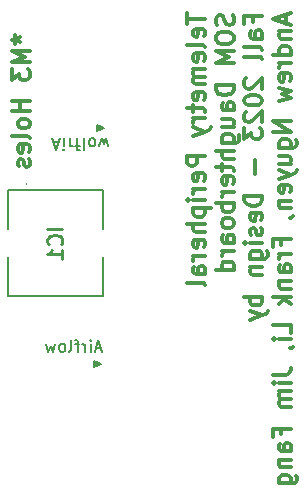
<source format=gbo>
%TF.GenerationSoftware,KiCad,Pcbnew,7.0.9*%
%TF.CreationDate,2023-11-28T01:13:51-06:00*%
%TF.ProjectId,Telemetry-Peripheral-SOM-Daughterboard-IMU,54656c65-6d65-4747-9279-2d5065726970,rev?*%
%TF.SameCoordinates,Original*%
%TF.FileFunction,Legend,Bot*%
%TF.FilePolarity,Positive*%
%FSLAX46Y46*%
G04 Gerber Fmt 4.6, Leading zero omitted, Abs format (unit mm)*
G04 Created by KiCad (PCBNEW 7.0.9) date 2023-11-28 01:13:51*
%MOMM*%
%LPD*%
G01*
G04 APERTURE LIST*
%ADD10C,0.150000*%
%ADD11C,0.300000*%
%ADD12C,0.254000*%
%ADD13C,0.100000*%
%ADD14C,0.200000*%
%ADD15C,1.270000*%
%ADD16C,1.700000*%
%ADD17C,2.000000*%
%ADD18C,3.000000*%
%ADD19R,0.800000X1.800000*%
%ADD20R,0.800000X2.100000*%
%ADD21R,1.550000X2.000000*%
G04 APERTURE END LIST*
D10*
X157125000Y-81250000D02*
X156500000Y-81500000D01*
X156500000Y-81250000D01*
X156500000Y-81000000D01*
X157125000Y-81250000D01*
G36*
X157125000Y-81250000D02*
G01*
X156500000Y-81500000D01*
X156500000Y-81250000D01*
X156500000Y-81000000D01*
X157125000Y-81250000D01*
G37*
X156875000Y-101250000D02*
X156250000Y-101500000D01*
X156250000Y-101250000D01*
X156250000Y-101000000D01*
X156875000Y-101250000D01*
G36*
X156875000Y-101250000D02*
G01*
X156250000Y-101500000D01*
X156250000Y-101250000D01*
X156250000Y-101000000D01*
X156875000Y-101250000D01*
G37*
D11*
X149300828Y-73768796D02*
X149657971Y-73768796D01*
X149515114Y-73411653D02*
X149657971Y-73768796D01*
X149657971Y-73768796D02*
X149515114Y-74125939D01*
X149943685Y-73554510D02*
X149657971Y-73768796D01*
X149657971Y-73768796D02*
X149943685Y-73983082D01*
X150800828Y-74697367D02*
X149300828Y-74697367D01*
X149300828Y-74697367D02*
X150372257Y-75197367D01*
X150372257Y-75197367D02*
X149300828Y-75697367D01*
X149300828Y-75697367D02*
X150800828Y-75697367D01*
X149300828Y-76268796D02*
X149300828Y-77197368D01*
X149300828Y-77197368D02*
X149872257Y-76697368D01*
X149872257Y-76697368D02*
X149872257Y-76911653D01*
X149872257Y-76911653D02*
X149943685Y-77054511D01*
X149943685Y-77054511D02*
X150015114Y-77125939D01*
X150015114Y-77125939D02*
X150157971Y-77197368D01*
X150157971Y-77197368D02*
X150515114Y-77197368D01*
X150515114Y-77197368D02*
X150657971Y-77125939D01*
X150657971Y-77125939D02*
X150729400Y-77054511D01*
X150729400Y-77054511D02*
X150800828Y-76911653D01*
X150800828Y-76911653D02*
X150800828Y-76483082D01*
X150800828Y-76483082D02*
X150729400Y-76340225D01*
X150729400Y-76340225D02*
X150657971Y-76268796D01*
X150800828Y-78983081D02*
X149300828Y-78983081D01*
X150015114Y-78983081D02*
X150015114Y-79840224D01*
X150800828Y-79840224D02*
X149300828Y-79840224D01*
X150800828Y-80768796D02*
X150729400Y-80625939D01*
X150729400Y-80625939D02*
X150657971Y-80554510D01*
X150657971Y-80554510D02*
X150515114Y-80483082D01*
X150515114Y-80483082D02*
X150086542Y-80483082D01*
X150086542Y-80483082D02*
X149943685Y-80554510D01*
X149943685Y-80554510D02*
X149872257Y-80625939D01*
X149872257Y-80625939D02*
X149800828Y-80768796D01*
X149800828Y-80768796D02*
X149800828Y-80983082D01*
X149800828Y-80983082D02*
X149872257Y-81125939D01*
X149872257Y-81125939D02*
X149943685Y-81197368D01*
X149943685Y-81197368D02*
X150086542Y-81268796D01*
X150086542Y-81268796D02*
X150515114Y-81268796D01*
X150515114Y-81268796D02*
X150657971Y-81197368D01*
X150657971Y-81197368D02*
X150729400Y-81125939D01*
X150729400Y-81125939D02*
X150800828Y-80983082D01*
X150800828Y-80983082D02*
X150800828Y-80768796D01*
X150800828Y-82125939D02*
X150729400Y-81983082D01*
X150729400Y-81983082D02*
X150586542Y-81911653D01*
X150586542Y-81911653D02*
X149300828Y-81911653D01*
X150729400Y-83268796D02*
X150800828Y-83125939D01*
X150800828Y-83125939D02*
X150800828Y-82840225D01*
X150800828Y-82840225D02*
X150729400Y-82697367D01*
X150729400Y-82697367D02*
X150586542Y-82625939D01*
X150586542Y-82625939D02*
X150015114Y-82625939D01*
X150015114Y-82625939D02*
X149872257Y-82697367D01*
X149872257Y-82697367D02*
X149800828Y-82840225D01*
X149800828Y-82840225D02*
X149800828Y-83125939D01*
X149800828Y-83125939D02*
X149872257Y-83268796D01*
X149872257Y-83268796D02*
X150015114Y-83340225D01*
X150015114Y-83340225D02*
X150157971Y-83340225D01*
X150157971Y-83340225D02*
X150300828Y-82625939D01*
X150729400Y-83911653D02*
X150800828Y-84054510D01*
X150800828Y-84054510D02*
X150800828Y-84340224D01*
X150800828Y-84340224D02*
X150729400Y-84483081D01*
X150729400Y-84483081D02*
X150586542Y-84554510D01*
X150586542Y-84554510D02*
X150515114Y-84554510D01*
X150515114Y-84554510D02*
X150372257Y-84483081D01*
X150372257Y-84483081D02*
X150300828Y-84340224D01*
X150300828Y-84340224D02*
X150300828Y-84125939D01*
X150300828Y-84125939D02*
X150229400Y-83983081D01*
X150229400Y-83983081D02*
X150086542Y-83911653D01*
X150086542Y-83911653D02*
X150015114Y-83911653D01*
X150015114Y-83911653D02*
X149872257Y-83983081D01*
X149872257Y-83983081D02*
X149800828Y-84125939D01*
X149800828Y-84125939D02*
X149800828Y-84340224D01*
X149800828Y-84340224D02*
X149872257Y-84483081D01*
D10*
X156860839Y-99904104D02*
X156384649Y-99904104D01*
X156956077Y-100189819D02*
X156622744Y-99189819D01*
X156622744Y-99189819D02*
X156289411Y-100189819D01*
X155956077Y-100189819D02*
X155956077Y-99523152D01*
X155956077Y-99189819D02*
X156003696Y-99237438D01*
X156003696Y-99237438D02*
X155956077Y-99285057D01*
X155956077Y-99285057D02*
X155908458Y-99237438D01*
X155908458Y-99237438D02*
X155956077Y-99189819D01*
X155956077Y-99189819D02*
X155956077Y-99285057D01*
X155479887Y-100189819D02*
X155479887Y-99523152D01*
X155479887Y-99713628D02*
X155432268Y-99618390D01*
X155432268Y-99618390D02*
X155384649Y-99570771D01*
X155384649Y-99570771D02*
X155289411Y-99523152D01*
X155289411Y-99523152D02*
X155194173Y-99523152D01*
X155003696Y-99523152D02*
X154622744Y-99523152D01*
X154860839Y-100189819D02*
X154860839Y-99332676D01*
X154860839Y-99332676D02*
X154813220Y-99237438D01*
X154813220Y-99237438D02*
X154717982Y-99189819D01*
X154717982Y-99189819D02*
X154622744Y-99189819D01*
X154146553Y-100189819D02*
X154241791Y-100142200D01*
X154241791Y-100142200D02*
X154289410Y-100046961D01*
X154289410Y-100046961D02*
X154289410Y-99189819D01*
X153622743Y-100189819D02*
X153717981Y-100142200D01*
X153717981Y-100142200D02*
X153765600Y-100094580D01*
X153765600Y-100094580D02*
X153813219Y-99999342D01*
X153813219Y-99999342D02*
X153813219Y-99713628D01*
X153813219Y-99713628D02*
X153765600Y-99618390D01*
X153765600Y-99618390D02*
X153717981Y-99570771D01*
X153717981Y-99570771D02*
X153622743Y-99523152D01*
X153622743Y-99523152D02*
X153479886Y-99523152D01*
X153479886Y-99523152D02*
X153384648Y-99570771D01*
X153384648Y-99570771D02*
X153337029Y-99618390D01*
X153337029Y-99618390D02*
X153289410Y-99713628D01*
X153289410Y-99713628D02*
X153289410Y-99999342D01*
X153289410Y-99999342D02*
X153337029Y-100094580D01*
X153337029Y-100094580D02*
X153384648Y-100142200D01*
X153384648Y-100142200D02*
X153479886Y-100189819D01*
X153479886Y-100189819D02*
X153622743Y-100189819D01*
X152956076Y-99523152D02*
X152765600Y-100189819D01*
X152765600Y-100189819D02*
X152575124Y-99713628D01*
X152575124Y-99713628D02*
X152384648Y-100189819D01*
X152384648Y-100189819D02*
X152194172Y-99523152D01*
D11*
X164145828Y-71550225D02*
X164145828Y-72407368D01*
X165645828Y-71978796D02*
X164145828Y-71978796D01*
X165574400Y-73478796D02*
X165645828Y-73335939D01*
X165645828Y-73335939D02*
X165645828Y-73050225D01*
X165645828Y-73050225D02*
X165574400Y-72907367D01*
X165574400Y-72907367D02*
X165431542Y-72835939D01*
X165431542Y-72835939D02*
X164860114Y-72835939D01*
X164860114Y-72835939D02*
X164717257Y-72907367D01*
X164717257Y-72907367D02*
X164645828Y-73050225D01*
X164645828Y-73050225D02*
X164645828Y-73335939D01*
X164645828Y-73335939D02*
X164717257Y-73478796D01*
X164717257Y-73478796D02*
X164860114Y-73550225D01*
X164860114Y-73550225D02*
X165002971Y-73550225D01*
X165002971Y-73550225D02*
X165145828Y-72835939D01*
X165645828Y-74407367D02*
X165574400Y-74264510D01*
X165574400Y-74264510D02*
X165431542Y-74193081D01*
X165431542Y-74193081D02*
X164145828Y-74193081D01*
X165574400Y-75550224D02*
X165645828Y-75407367D01*
X165645828Y-75407367D02*
X165645828Y-75121653D01*
X165645828Y-75121653D02*
X165574400Y-74978795D01*
X165574400Y-74978795D02*
X165431542Y-74907367D01*
X165431542Y-74907367D02*
X164860114Y-74907367D01*
X164860114Y-74907367D02*
X164717257Y-74978795D01*
X164717257Y-74978795D02*
X164645828Y-75121653D01*
X164645828Y-75121653D02*
X164645828Y-75407367D01*
X164645828Y-75407367D02*
X164717257Y-75550224D01*
X164717257Y-75550224D02*
X164860114Y-75621653D01*
X164860114Y-75621653D02*
X165002971Y-75621653D01*
X165002971Y-75621653D02*
X165145828Y-74907367D01*
X165645828Y-76264509D02*
X164645828Y-76264509D01*
X164788685Y-76264509D02*
X164717257Y-76335938D01*
X164717257Y-76335938D02*
X164645828Y-76478795D01*
X164645828Y-76478795D02*
X164645828Y-76693081D01*
X164645828Y-76693081D02*
X164717257Y-76835938D01*
X164717257Y-76835938D02*
X164860114Y-76907367D01*
X164860114Y-76907367D02*
X165645828Y-76907367D01*
X164860114Y-76907367D02*
X164717257Y-76978795D01*
X164717257Y-76978795D02*
X164645828Y-77121652D01*
X164645828Y-77121652D02*
X164645828Y-77335938D01*
X164645828Y-77335938D02*
X164717257Y-77478795D01*
X164717257Y-77478795D02*
X164860114Y-77550224D01*
X164860114Y-77550224D02*
X165645828Y-77550224D01*
X165574400Y-78835938D02*
X165645828Y-78693081D01*
X165645828Y-78693081D02*
X165645828Y-78407367D01*
X165645828Y-78407367D02*
X165574400Y-78264509D01*
X165574400Y-78264509D02*
X165431542Y-78193081D01*
X165431542Y-78193081D02*
X164860114Y-78193081D01*
X164860114Y-78193081D02*
X164717257Y-78264509D01*
X164717257Y-78264509D02*
X164645828Y-78407367D01*
X164645828Y-78407367D02*
X164645828Y-78693081D01*
X164645828Y-78693081D02*
X164717257Y-78835938D01*
X164717257Y-78835938D02*
X164860114Y-78907367D01*
X164860114Y-78907367D02*
X165002971Y-78907367D01*
X165002971Y-78907367D02*
X165145828Y-78193081D01*
X164645828Y-79335938D02*
X164645828Y-79907366D01*
X164145828Y-79550223D02*
X165431542Y-79550223D01*
X165431542Y-79550223D02*
X165574400Y-79621652D01*
X165574400Y-79621652D02*
X165645828Y-79764509D01*
X165645828Y-79764509D02*
X165645828Y-79907366D01*
X165645828Y-80407366D02*
X164645828Y-80407366D01*
X164931542Y-80407366D02*
X164788685Y-80478795D01*
X164788685Y-80478795D02*
X164717257Y-80550224D01*
X164717257Y-80550224D02*
X164645828Y-80693081D01*
X164645828Y-80693081D02*
X164645828Y-80835938D01*
X164645828Y-81193080D02*
X165645828Y-81550223D01*
X164645828Y-81907366D02*
X165645828Y-81550223D01*
X165645828Y-81550223D02*
X166002971Y-81407366D01*
X166002971Y-81407366D02*
X166074400Y-81335937D01*
X166074400Y-81335937D02*
X166145828Y-81193080D01*
X165645828Y-83621651D02*
X164145828Y-83621651D01*
X164145828Y-83621651D02*
X164145828Y-84193080D01*
X164145828Y-84193080D02*
X164217257Y-84335937D01*
X164217257Y-84335937D02*
X164288685Y-84407366D01*
X164288685Y-84407366D02*
X164431542Y-84478794D01*
X164431542Y-84478794D02*
X164645828Y-84478794D01*
X164645828Y-84478794D02*
X164788685Y-84407366D01*
X164788685Y-84407366D02*
X164860114Y-84335937D01*
X164860114Y-84335937D02*
X164931542Y-84193080D01*
X164931542Y-84193080D02*
X164931542Y-83621651D01*
X165574400Y-85693080D02*
X165645828Y-85550223D01*
X165645828Y-85550223D02*
X165645828Y-85264509D01*
X165645828Y-85264509D02*
X165574400Y-85121651D01*
X165574400Y-85121651D02*
X165431542Y-85050223D01*
X165431542Y-85050223D02*
X164860114Y-85050223D01*
X164860114Y-85050223D02*
X164717257Y-85121651D01*
X164717257Y-85121651D02*
X164645828Y-85264509D01*
X164645828Y-85264509D02*
X164645828Y-85550223D01*
X164645828Y-85550223D02*
X164717257Y-85693080D01*
X164717257Y-85693080D02*
X164860114Y-85764509D01*
X164860114Y-85764509D02*
X165002971Y-85764509D01*
X165002971Y-85764509D02*
X165145828Y-85050223D01*
X165645828Y-86407365D02*
X164645828Y-86407365D01*
X164931542Y-86407365D02*
X164788685Y-86478794D01*
X164788685Y-86478794D02*
X164717257Y-86550223D01*
X164717257Y-86550223D02*
X164645828Y-86693080D01*
X164645828Y-86693080D02*
X164645828Y-86835937D01*
X165645828Y-87335936D02*
X164645828Y-87335936D01*
X164145828Y-87335936D02*
X164217257Y-87264508D01*
X164217257Y-87264508D02*
X164288685Y-87335936D01*
X164288685Y-87335936D02*
X164217257Y-87407365D01*
X164217257Y-87407365D02*
X164145828Y-87335936D01*
X164145828Y-87335936D02*
X164288685Y-87335936D01*
X164645828Y-88050222D02*
X166145828Y-88050222D01*
X164717257Y-88050222D02*
X164645828Y-88193080D01*
X164645828Y-88193080D02*
X164645828Y-88478794D01*
X164645828Y-88478794D02*
X164717257Y-88621651D01*
X164717257Y-88621651D02*
X164788685Y-88693080D01*
X164788685Y-88693080D02*
X164931542Y-88764508D01*
X164931542Y-88764508D02*
X165360114Y-88764508D01*
X165360114Y-88764508D02*
X165502971Y-88693080D01*
X165502971Y-88693080D02*
X165574400Y-88621651D01*
X165574400Y-88621651D02*
X165645828Y-88478794D01*
X165645828Y-88478794D02*
X165645828Y-88193080D01*
X165645828Y-88193080D02*
X165574400Y-88050222D01*
X165645828Y-89407365D02*
X164145828Y-89407365D01*
X165645828Y-90050223D02*
X164860114Y-90050223D01*
X164860114Y-90050223D02*
X164717257Y-89978794D01*
X164717257Y-89978794D02*
X164645828Y-89835937D01*
X164645828Y-89835937D02*
X164645828Y-89621651D01*
X164645828Y-89621651D02*
X164717257Y-89478794D01*
X164717257Y-89478794D02*
X164788685Y-89407365D01*
X165574400Y-91335937D02*
X165645828Y-91193080D01*
X165645828Y-91193080D02*
X165645828Y-90907366D01*
X165645828Y-90907366D02*
X165574400Y-90764508D01*
X165574400Y-90764508D02*
X165431542Y-90693080D01*
X165431542Y-90693080D02*
X164860114Y-90693080D01*
X164860114Y-90693080D02*
X164717257Y-90764508D01*
X164717257Y-90764508D02*
X164645828Y-90907366D01*
X164645828Y-90907366D02*
X164645828Y-91193080D01*
X164645828Y-91193080D02*
X164717257Y-91335937D01*
X164717257Y-91335937D02*
X164860114Y-91407366D01*
X164860114Y-91407366D02*
X165002971Y-91407366D01*
X165002971Y-91407366D02*
X165145828Y-90693080D01*
X165645828Y-92050222D02*
X164645828Y-92050222D01*
X164931542Y-92050222D02*
X164788685Y-92121651D01*
X164788685Y-92121651D02*
X164717257Y-92193080D01*
X164717257Y-92193080D02*
X164645828Y-92335937D01*
X164645828Y-92335937D02*
X164645828Y-92478794D01*
X165645828Y-93621651D02*
X164860114Y-93621651D01*
X164860114Y-93621651D02*
X164717257Y-93550222D01*
X164717257Y-93550222D02*
X164645828Y-93407365D01*
X164645828Y-93407365D02*
X164645828Y-93121651D01*
X164645828Y-93121651D02*
X164717257Y-92978793D01*
X165574400Y-93621651D02*
X165645828Y-93478793D01*
X165645828Y-93478793D02*
X165645828Y-93121651D01*
X165645828Y-93121651D02*
X165574400Y-92978793D01*
X165574400Y-92978793D02*
X165431542Y-92907365D01*
X165431542Y-92907365D02*
X165288685Y-92907365D01*
X165288685Y-92907365D02*
X165145828Y-92978793D01*
X165145828Y-92978793D02*
X165074400Y-93121651D01*
X165074400Y-93121651D02*
X165074400Y-93478793D01*
X165074400Y-93478793D02*
X165002971Y-93621651D01*
X165645828Y-94550222D02*
X165574400Y-94407365D01*
X165574400Y-94407365D02*
X165431542Y-94335936D01*
X165431542Y-94335936D02*
X164145828Y-94335936D01*
X167989400Y-71693082D02*
X168060828Y-71907368D01*
X168060828Y-71907368D02*
X168060828Y-72264510D01*
X168060828Y-72264510D02*
X167989400Y-72407368D01*
X167989400Y-72407368D02*
X167917971Y-72478796D01*
X167917971Y-72478796D02*
X167775114Y-72550225D01*
X167775114Y-72550225D02*
X167632257Y-72550225D01*
X167632257Y-72550225D02*
X167489400Y-72478796D01*
X167489400Y-72478796D02*
X167417971Y-72407368D01*
X167417971Y-72407368D02*
X167346542Y-72264510D01*
X167346542Y-72264510D02*
X167275114Y-71978796D01*
X167275114Y-71978796D02*
X167203685Y-71835939D01*
X167203685Y-71835939D02*
X167132257Y-71764510D01*
X167132257Y-71764510D02*
X166989400Y-71693082D01*
X166989400Y-71693082D02*
X166846542Y-71693082D01*
X166846542Y-71693082D02*
X166703685Y-71764510D01*
X166703685Y-71764510D02*
X166632257Y-71835939D01*
X166632257Y-71835939D02*
X166560828Y-71978796D01*
X166560828Y-71978796D02*
X166560828Y-72335939D01*
X166560828Y-72335939D02*
X166632257Y-72550225D01*
X166560828Y-73478796D02*
X166560828Y-73764510D01*
X166560828Y-73764510D02*
X166632257Y-73907367D01*
X166632257Y-73907367D02*
X166775114Y-74050224D01*
X166775114Y-74050224D02*
X167060828Y-74121653D01*
X167060828Y-74121653D02*
X167560828Y-74121653D01*
X167560828Y-74121653D02*
X167846542Y-74050224D01*
X167846542Y-74050224D02*
X167989400Y-73907367D01*
X167989400Y-73907367D02*
X168060828Y-73764510D01*
X168060828Y-73764510D02*
X168060828Y-73478796D01*
X168060828Y-73478796D02*
X167989400Y-73335939D01*
X167989400Y-73335939D02*
X167846542Y-73193081D01*
X167846542Y-73193081D02*
X167560828Y-73121653D01*
X167560828Y-73121653D02*
X167060828Y-73121653D01*
X167060828Y-73121653D02*
X166775114Y-73193081D01*
X166775114Y-73193081D02*
X166632257Y-73335939D01*
X166632257Y-73335939D02*
X166560828Y-73478796D01*
X168060828Y-74764510D02*
X166560828Y-74764510D01*
X166560828Y-74764510D02*
X167632257Y-75264510D01*
X167632257Y-75264510D02*
X166560828Y-75764510D01*
X166560828Y-75764510D02*
X168060828Y-75764510D01*
X168060828Y-77621653D02*
X166560828Y-77621653D01*
X166560828Y-77621653D02*
X166560828Y-77978796D01*
X166560828Y-77978796D02*
X166632257Y-78193082D01*
X166632257Y-78193082D02*
X166775114Y-78335939D01*
X166775114Y-78335939D02*
X166917971Y-78407368D01*
X166917971Y-78407368D02*
X167203685Y-78478796D01*
X167203685Y-78478796D02*
X167417971Y-78478796D01*
X167417971Y-78478796D02*
X167703685Y-78407368D01*
X167703685Y-78407368D02*
X167846542Y-78335939D01*
X167846542Y-78335939D02*
X167989400Y-78193082D01*
X167989400Y-78193082D02*
X168060828Y-77978796D01*
X168060828Y-77978796D02*
X168060828Y-77621653D01*
X168060828Y-79764511D02*
X167275114Y-79764511D01*
X167275114Y-79764511D02*
X167132257Y-79693082D01*
X167132257Y-79693082D02*
X167060828Y-79550225D01*
X167060828Y-79550225D02*
X167060828Y-79264511D01*
X167060828Y-79264511D02*
X167132257Y-79121653D01*
X167989400Y-79764511D02*
X168060828Y-79621653D01*
X168060828Y-79621653D02*
X168060828Y-79264511D01*
X168060828Y-79264511D02*
X167989400Y-79121653D01*
X167989400Y-79121653D02*
X167846542Y-79050225D01*
X167846542Y-79050225D02*
X167703685Y-79050225D01*
X167703685Y-79050225D02*
X167560828Y-79121653D01*
X167560828Y-79121653D02*
X167489400Y-79264511D01*
X167489400Y-79264511D02*
X167489400Y-79621653D01*
X167489400Y-79621653D02*
X167417971Y-79764511D01*
X167060828Y-81121654D02*
X168060828Y-81121654D01*
X167060828Y-80478796D02*
X167846542Y-80478796D01*
X167846542Y-80478796D02*
X167989400Y-80550225D01*
X167989400Y-80550225D02*
X168060828Y-80693082D01*
X168060828Y-80693082D02*
X168060828Y-80907368D01*
X168060828Y-80907368D02*
X167989400Y-81050225D01*
X167989400Y-81050225D02*
X167917971Y-81121654D01*
X167060828Y-82478797D02*
X168275114Y-82478797D01*
X168275114Y-82478797D02*
X168417971Y-82407368D01*
X168417971Y-82407368D02*
X168489400Y-82335939D01*
X168489400Y-82335939D02*
X168560828Y-82193082D01*
X168560828Y-82193082D02*
X168560828Y-81978797D01*
X168560828Y-81978797D02*
X168489400Y-81835939D01*
X167989400Y-82478797D02*
X168060828Y-82335939D01*
X168060828Y-82335939D02*
X168060828Y-82050225D01*
X168060828Y-82050225D02*
X167989400Y-81907368D01*
X167989400Y-81907368D02*
X167917971Y-81835939D01*
X167917971Y-81835939D02*
X167775114Y-81764511D01*
X167775114Y-81764511D02*
X167346542Y-81764511D01*
X167346542Y-81764511D02*
X167203685Y-81835939D01*
X167203685Y-81835939D02*
X167132257Y-81907368D01*
X167132257Y-81907368D02*
X167060828Y-82050225D01*
X167060828Y-82050225D02*
X167060828Y-82335939D01*
X167060828Y-82335939D02*
X167132257Y-82478797D01*
X168060828Y-83193082D02*
X166560828Y-83193082D01*
X168060828Y-83835940D02*
X167275114Y-83835940D01*
X167275114Y-83835940D02*
X167132257Y-83764511D01*
X167132257Y-83764511D02*
X167060828Y-83621654D01*
X167060828Y-83621654D02*
X167060828Y-83407368D01*
X167060828Y-83407368D02*
X167132257Y-83264511D01*
X167132257Y-83264511D02*
X167203685Y-83193082D01*
X167060828Y-84335940D02*
X167060828Y-84907368D01*
X166560828Y-84550225D02*
X167846542Y-84550225D01*
X167846542Y-84550225D02*
X167989400Y-84621654D01*
X167989400Y-84621654D02*
X168060828Y-84764511D01*
X168060828Y-84764511D02*
X168060828Y-84907368D01*
X167989400Y-85978797D02*
X168060828Y-85835940D01*
X168060828Y-85835940D02*
X168060828Y-85550226D01*
X168060828Y-85550226D02*
X167989400Y-85407368D01*
X167989400Y-85407368D02*
X167846542Y-85335940D01*
X167846542Y-85335940D02*
X167275114Y-85335940D01*
X167275114Y-85335940D02*
X167132257Y-85407368D01*
X167132257Y-85407368D02*
X167060828Y-85550226D01*
X167060828Y-85550226D02*
X167060828Y-85835940D01*
X167060828Y-85835940D02*
X167132257Y-85978797D01*
X167132257Y-85978797D02*
X167275114Y-86050226D01*
X167275114Y-86050226D02*
X167417971Y-86050226D01*
X167417971Y-86050226D02*
X167560828Y-85335940D01*
X168060828Y-86693082D02*
X167060828Y-86693082D01*
X167346542Y-86693082D02*
X167203685Y-86764511D01*
X167203685Y-86764511D02*
X167132257Y-86835940D01*
X167132257Y-86835940D02*
X167060828Y-86978797D01*
X167060828Y-86978797D02*
X167060828Y-87121654D01*
X168060828Y-87621653D02*
X166560828Y-87621653D01*
X167132257Y-87621653D02*
X167060828Y-87764511D01*
X167060828Y-87764511D02*
X167060828Y-88050225D01*
X167060828Y-88050225D02*
X167132257Y-88193082D01*
X167132257Y-88193082D02*
X167203685Y-88264511D01*
X167203685Y-88264511D02*
X167346542Y-88335939D01*
X167346542Y-88335939D02*
X167775114Y-88335939D01*
X167775114Y-88335939D02*
X167917971Y-88264511D01*
X167917971Y-88264511D02*
X167989400Y-88193082D01*
X167989400Y-88193082D02*
X168060828Y-88050225D01*
X168060828Y-88050225D02*
X168060828Y-87764511D01*
X168060828Y-87764511D02*
X167989400Y-87621653D01*
X168060828Y-89193082D02*
X167989400Y-89050225D01*
X167989400Y-89050225D02*
X167917971Y-88978796D01*
X167917971Y-88978796D02*
X167775114Y-88907368D01*
X167775114Y-88907368D02*
X167346542Y-88907368D01*
X167346542Y-88907368D02*
X167203685Y-88978796D01*
X167203685Y-88978796D02*
X167132257Y-89050225D01*
X167132257Y-89050225D02*
X167060828Y-89193082D01*
X167060828Y-89193082D02*
X167060828Y-89407368D01*
X167060828Y-89407368D02*
X167132257Y-89550225D01*
X167132257Y-89550225D02*
X167203685Y-89621654D01*
X167203685Y-89621654D02*
X167346542Y-89693082D01*
X167346542Y-89693082D02*
X167775114Y-89693082D01*
X167775114Y-89693082D02*
X167917971Y-89621654D01*
X167917971Y-89621654D02*
X167989400Y-89550225D01*
X167989400Y-89550225D02*
X168060828Y-89407368D01*
X168060828Y-89407368D02*
X168060828Y-89193082D01*
X168060828Y-90978797D02*
X167275114Y-90978797D01*
X167275114Y-90978797D02*
X167132257Y-90907368D01*
X167132257Y-90907368D02*
X167060828Y-90764511D01*
X167060828Y-90764511D02*
X167060828Y-90478797D01*
X167060828Y-90478797D02*
X167132257Y-90335939D01*
X167989400Y-90978797D02*
X168060828Y-90835939D01*
X168060828Y-90835939D02*
X168060828Y-90478797D01*
X168060828Y-90478797D02*
X167989400Y-90335939D01*
X167989400Y-90335939D02*
X167846542Y-90264511D01*
X167846542Y-90264511D02*
X167703685Y-90264511D01*
X167703685Y-90264511D02*
X167560828Y-90335939D01*
X167560828Y-90335939D02*
X167489400Y-90478797D01*
X167489400Y-90478797D02*
X167489400Y-90835939D01*
X167489400Y-90835939D02*
X167417971Y-90978797D01*
X168060828Y-91693082D02*
X167060828Y-91693082D01*
X167346542Y-91693082D02*
X167203685Y-91764511D01*
X167203685Y-91764511D02*
X167132257Y-91835940D01*
X167132257Y-91835940D02*
X167060828Y-91978797D01*
X167060828Y-91978797D02*
X167060828Y-92121654D01*
X168060828Y-93264511D02*
X166560828Y-93264511D01*
X167989400Y-93264511D02*
X168060828Y-93121653D01*
X168060828Y-93121653D02*
X168060828Y-92835939D01*
X168060828Y-92835939D02*
X167989400Y-92693082D01*
X167989400Y-92693082D02*
X167917971Y-92621653D01*
X167917971Y-92621653D02*
X167775114Y-92550225D01*
X167775114Y-92550225D02*
X167346542Y-92550225D01*
X167346542Y-92550225D02*
X167203685Y-92621653D01*
X167203685Y-92621653D02*
X167132257Y-92693082D01*
X167132257Y-92693082D02*
X167060828Y-92835939D01*
X167060828Y-92835939D02*
X167060828Y-93121653D01*
X167060828Y-93121653D02*
X167132257Y-93264511D01*
X169690114Y-72264510D02*
X169690114Y-71764510D01*
X170475828Y-71764510D02*
X168975828Y-71764510D01*
X168975828Y-71764510D02*
X168975828Y-72478796D01*
X170475828Y-73693082D02*
X169690114Y-73693082D01*
X169690114Y-73693082D02*
X169547257Y-73621653D01*
X169547257Y-73621653D02*
X169475828Y-73478796D01*
X169475828Y-73478796D02*
X169475828Y-73193082D01*
X169475828Y-73193082D02*
X169547257Y-73050224D01*
X170404400Y-73693082D02*
X170475828Y-73550224D01*
X170475828Y-73550224D02*
X170475828Y-73193082D01*
X170475828Y-73193082D02*
X170404400Y-73050224D01*
X170404400Y-73050224D02*
X170261542Y-72978796D01*
X170261542Y-72978796D02*
X170118685Y-72978796D01*
X170118685Y-72978796D02*
X169975828Y-73050224D01*
X169975828Y-73050224D02*
X169904400Y-73193082D01*
X169904400Y-73193082D02*
X169904400Y-73550224D01*
X169904400Y-73550224D02*
X169832971Y-73693082D01*
X170475828Y-74621653D02*
X170404400Y-74478796D01*
X170404400Y-74478796D02*
X170261542Y-74407367D01*
X170261542Y-74407367D02*
X168975828Y-74407367D01*
X170475828Y-75407367D02*
X170404400Y-75264510D01*
X170404400Y-75264510D02*
X170261542Y-75193081D01*
X170261542Y-75193081D02*
X168975828Y-75193081D01*
X169118685Y-77050224D02*
X169047257Y-77121652D01*
X169047257Y-77121652D02*
X168975828Y-77264510D01*
X168975828Y-77264510D02*
X168975828Y-77621652D01*
X168975828Y-77621652D02*
X169047257Y-77764510D01*
X169047257Y-77764510D02*
X169118685Y-77835938D01*
X169118685Y-77835938D02*
X169261542Y-77907367D01*
X169261542Y-77907367D02*
X169404400Y-77907367D01*
X169404400Y-77907367D02*
X169618685Y-77835938D01*
X169618685Y-77835938D02*
X170475828Y-76978795D01*
X170475828Y-76978795D02*
X170475828Y-77907367D01*
X168975828Y-78835938D02*
X168975828Y-78978795D01*
X168975828Y-78978795D02*
X169047257Y-79121652D01*
X169047257Y-79121652D02*
X169118685Y-79193081D01*
X169118685Y-79193081D02*
X169261542Y-79264509D01*
X169261542Y-79264509D02*
X169547257Y-79335938D01*
X169547257Y-79335938D02*
X169904400Y-79335938D01*
X169904400Y-79335938D02*
X170190114Y-79264509D01*
X170190114Y-79264509D02*
X170332971Y-79193081D01*
X170332971Y-79193081D02*
X170404400Y-79121652D01*
X170404400Y-79121652D02*
X170475828Y-78978795D01*
X170475828Y-78978795D02*
X170475828Y-78835938D01*
X170475828Y-78835938D02*
X170404400Y-78693081D01*
X170404400Y-78693081D02*
X170332971Y-78621652D01*
X170332971Y-78621652D02*
X170190114Y-78550223D01*
X170190114Y-78550223D02*
X169904400Y-78478795D01*
X169904400Y-78478795D02*
X169547257Y-78478795D01*
X169547257Y-78478795D02*
X169261542Y-78550223D01*
X169261542Y-78550223D02*
X169118685Y-78621652D01*
X169118685Y-78621652D02*
X169047257Y-78693081D01*
X169047257Y-78693081D02*
X168975828Y-78835938D01*
X169118685Y-79907366D02*
X169047257Y-79978794D01*
X169047257Y-79978794D02*
X168975828Y-80121652D01*
X168975828Y-80121652D02*
X168975828Y-80478794D01*
X168975828Y-80478794D02*
X169047257Y-80621652D01*
X169047257Y-80621652D02*
X169118685Y-80693080D01*
X169118685Y-80693080D02*
X169261542Y-80764509D01*
X169261542Y-80764509D02*
X169404400Y-80764509D01*
X169404400Y-80764509D02*
X169618685Y-80693080D01*
X169618685Y-80693080D02*
X170475828Y-79835937D01*
X170475828Y-79835937D02*
X170475828Y-80764509D01*
X168975828Y-81264508D02*
X168975828Y-82193080D01*
X168975828Y-82193080D02*
X169547257Y-81693080D01*
X169547257Y-81693080D02*
X169547257Y-81907365D01*
X169547257Y-81907365D02*
X169618685Y-82050223D01*
X169618685Y-82050223D02*
X169690114Y-82121651D01*
X169690114Y-82121651D02*
X169832971Y-82193080D01*
X169832971Y-82193080D02*
X170190114Y-82193080D01*
X170190114Y-82193080D02*
X170332971Y-82121651D01*
X170332971Y-82121651D02*
X170404400Y-82050223D01*
X170404400Y-82050223D02*
X170475828Y-81907365D01*
X170475828Y-81907365D02*
X170475828Y-81478794D01*
X170475828Y-81478794D02*
X170404400Y-81335937D01*
X170404400Y-81335937D02*
X170332971Y-81264508D01*
X169904400Y-83978793D02*
X169904400Y-85121651D01*
X170475828Y-86978793D02*
X168975828Y-86978793D01*
X168975828Y-86978793D02*
X168975828Y-87335936D01*
X168975828Y-87335936D02*
X169047257Y-87550222D01*
X169047257Y-87550222D02*
X169190114Y-87693079D01*
X169190114Y-87693079D02*
X169332971Y-87764508D01*
X169332971Y-87764508D02*
X169618685Y-87835936D01*
X169618685Y-87835936D02*
X169832971Y-87835936D01*
X169832971Y-87835936D02*
X170118685Y-87764508D01*
X170118685Y-87764508D02*
X170261542Y-87693079D01*
X170261542Y-87693079D02*
X170404400Y-87550222D01*
X170404400Y-87550222D02*
X170475828Y-87335936D01*
X170475828Y-87335936D02*
X170475828Y-86978793D01*
X170404400Y-89050222D02*
X170475828Y-88907365D01*
X170475828Y-88907365D02*
X170475828Y-88621651D01*
X170475828Y-88621651D02*
X170404400Y-88478793D01*
X170404400Y-88478793D02*
X170261542Y-88407365D01*
X170261542Y-88407365D02*
X169690114Y-88407365D01*
X169690114Y-88407365D02*
X169547257Y-88478793D01*
X169547257Y-88478793D02*
X169475828Y-88621651D01*
X169475828Y-88621651D02*
X169475828Y-88907365D01*
X169475828Y-88907365D02*
X169547257Y-89050222D01*
X169547257Y-89050222D02*
X169690114Y-89121651D01*
X169690114Y-89121651D02*
X169832971Y-89121651D01*
X169832971Y-89121651D02*
X169975828Y-88407365D01*
X170404400Y-89693079D02*
X170475828Y-89835936D01*
X170475828Y-89835936D02*
X170475828Y-90121650D01*
X170475828Y-90121650D02*
X170404400Y-90264507D01*
X170404400Y-90264507D02*
X170261542Y-90335936D01*
X170261542Y-90335936D02*
X170190114Y-90335936D01*
X170190114Y-90335936D02*
X170047257Y-90264507D01*
X170047257Y-90264507D02*
X169975828Y-90121650D01*
X169975828Y-90121650D02*
X169975828Y-89907365D01*
X169975828Y-89907365D02*
X169904400Y-89764507D01*
X169904400Y-89764507D02*
X169761542Y-89693079D01*
X169761542Y-89693079D02*
X169690114Y-89693079D01*
X169690114Y-89693079D02*
X169547257Y-89764507D01*
X169547257Y-89764507D02*
X169475828Y-89907365D01*
X169475828Y-89907365D02*
X169475828Y-90121650D01*
X169475828Y-90121650D02*
X169547257Y-90264507D01*
X170475828Y-90978793D02*
X169475828Y-90978793D01*
X168975828Y-90978793D02*
X169047257Y-90907365D01*
X169047257Y-90907365D02*
X169118685Y-90978793D01*
X169118685Y-90978793D02*
X169047257Y-91050222D01*
X169047257Y-91050222D02*
X168975828Y-90978793D01*
X168975828Y-90978793D02*
X169118685Y-90978793D01*
X169475828Y-92335937D02*
X170690114Y-92335937D01*
X170690114Y-92335937D02*
X170832971Y-92264508D01*
X170832971Y-92264508D02*
X170904400Y-92193079D01*
X170904400Y-92193079D02*
X170975828Y-92050222D01*
X170975828Y-92050222D02*
X170975828Y-91835937D01*
X170975828Y-91835937D02*
X170904400Y-91693079D01*
X170404400Y-92335937D02*
X170475828Y-92193079D01*
X170475828Y-92193079D02*
X170475828Y-91907365D01*
X170475828Y-91907365D02*
X170404400Y-91764508D01*
X170404400Y-91764508D02*
X170332971Y-91693079D01*
X170332971Y-91693079D02*
X170190114Y-91621651D01*
X170190114Y-91621651D02*
X169761542Y-91621651D01*
X169761542Y-91621651D02*
X169618685Y-91693079D01*
X169618685Y-91693079D02*
X169547257Y-91764508D01*
X169547257Y-91764508D02*
X169475828Y-91907365D01*
X169475828Y-91907365D02*
X169475828Y-92193079D01*
X169475828Y-92193079D02*
X169547257Y-92335937D01*
X169475828Y-93050222D02*
X170475828Y-93050222D01*
X169618685Y-93050222D02*
X169547257Y-93121651D01*
X169547257Y-93121651D02*
X169475828Y-93264508D01*
X169475828Y-93264508D02*
X169475828Y-93478794D01*
X169475828Y-93478794D02*
X169547257Y-93621651D01*
X169547257Y-93621651D02*
X169690114Y-93693080D01*
X169690114Y-93693080D02*
X170475828Y-93693080D01*
X170475828Y-95550222D02*
X168975828Y-95550222D01*
X169547257Y-95550222D02*
X169475828Y-95693080D01*
X169475828Y-95693080D02*
X169475828Y-95978794D01*
X169475828Y-95978794D02*
X169547257Y-96121651D01*
X169547257Y-96121651D02*
X169618685Y-96193080D01*
X169618685Y-96193080D02*
X169761542Y-96264508D01*
X169761542Y-96264508D02*
X170190114Y-96264508D01*
X170190114Y-96264508D02*
X170332971Y-96193080D01*
X170332971Y-96193080D02*
X170404400Y-96121651D01*
X170404400Y-96121651D02*
X170475828Y-95978794D01*
X170475828Y-95978794D02*
X170475828Y-95693080D01*
X170475828Y-95693080D02*
X170404400Y-95550222D01*
X169475828Y-96764508D02*
X170475828Y-97121651D01*
X169475828Y-97478794D02*
X170475828Y-97121651D01*
X170475828Y-97121651D02*
X170832971Y-96978794D01*
X170832971Y-96978794D02*
X170904400Y-96907365D01*
X170904400Y-96907365D02*
X170975828Y-96764508D01*
X172462257Y-71693082D02*
X172462257Y-72407368D01*
X172890828Y-71550225D02*
X171390828Y-72050225D01*
X171390828Y-72050225D02*
X172890828Y-72550225D01*
X171890828Y-73050224D02*
X172890828Y-73050224D01*
X172033685Y-73050224D02*
X171962257Y-73121653D01*
X171962257Y-73121653D02*
X171890828Y-73264510D01*
X171890828Y-73264510D02*
X171890828Y-73478796D01*
X171890828Y-73478796D02*
X171962257Y-73621653D01*
X171962257Y-73621653D02*
X172105114Y-73693082D01*
X172105114Y-73693082D02*
X172890828Y-73693082D01*
X172890828Y-75050225D02*
X171390828Y-75050225D01*
X172819400Y-75050225D02*
X172890828Y-74907367D01*
X172890828Y-74907367D02*
X172890828Y-74621653D01*
X172890828Y-74621653D02*
X172819400Y-74478796D01*
X172819400Y-74478796D02*
X172747971Y-74407367D01*
X172747971Y-74407367D02*
X172605114Y-74335939D01*
X172605114Y-74335939D02*
X172176542Y-74335939D01*
X172176542Y-74335939D02*
X172033685Y-74407367D01*
X172033685Y-74407367D02*
X171962257Y-74478796D01*
X171962257Y-74478796D02*
X171890828Y-74621653D01*
X171890828Y-74621653D02*
X171890828Y-74907367D01*
X171890828Y-74907367D02*
X171962257Y-75050225D01*
X172890828Y-75764510D02*
X171890828Y-75764510D01*
X172176542Y-75764510D02*
X172033685Y-75835939D01*
X172033685Y-75835939D02*
X171962257Y-75907368D01*
X171962257Y-75907368D02*
X171890828Y-76050225D01*
X171890828Y-76050225D02*
X171890828Y-76193082D01*
X172819400Y-77264510D02*
X172890828Y-77121653D01*
X172890828Y-77121653D02*
X172890828Y-76835939D01*
X172890828Y-76835939D02*
X172819400Y-76693081D01*
X172819400Y-76693081D02*
X172676542Y-76621653D01*
X172676542Y-76621653D02*
X172105114Y-76621653D01*
X172105114Y-76621653D02*
X171962257Y-76693081D01*
X171962257Y-76693081D02*
X171890828Y-76835939D01*
X171890828Y-76835939D02*
X171890828Y-77121653D01*
X171890828Y-77121653D02*
X171962257Y-77264510D01*
X171962257Y-77264510D02*
X172105114Y-77335939D01*
X172105114Y-77335939D02*
X172247971Y-77335939D01*
X172247971Y-77335939D02*
X172390828Y-76621653D01*
X171890828Y-77835938D02*
X172890828Y-78121653D01*
X172890828Y-78121653D02*
X172176542Y-78407367D01*
X172176542Y-78407367D02*
X172890828Y-78693081D01*
X172890828Y-78693081D02*
X171890828Y-78978795D01*
X172890828Y-80693081D02*
X171390828Y-80693081D01*
X171390828Y-80693081D02*
X172890828Y-81550224D01*
X172890828Y-81550224D02*
X171390828Y-81550224D01*
X171890828Y-82907368D02*
X173105114Y-82907368D01*
X173105114Y-82907368D02*
X173247971Y-82835939D01*
X173247971Y-82835939D02*
X173319400Y-82764510D01*
X173319400Y-82764510D02*
X173390828Y-82621653D01*
X173390828Y-82621653D02*
X173390828Y-82407368D01*
X173390828Y-82407368D02*
X173319400Y-82264510D01*
X172819400Y-82907368D02*
X172890828Y-82764510D01*
X172890828Y-82764510D02*
X172890828Y-82478796D01*
X172890828Y-82478796D02*
X172819400Y-82335939D01*
X172819400Y-82335939D02*
X172747971Y-82264510D01*
X172747971Y-82264510D02*
X172605114Y-82193082D01*
X172605114Y-82193082D02*
X172176542Y-82193082D01*
X172176542Y-82193082D02*
X172033685Y-82264510D01*
X172033685Y-82264510D02*
X171962257Y-82335939D01*
X171962257Y-82335939D02*
X171890828Y-82478796D01*
X171890828Y-82478796D02*
X171890828Y-82764510D01*
X171890828Y-82764510D02*
X171962257Y-82907368D01*
X171890828Y-84264511D02*
X172890828Y-84264511D01*
X171890828Y-83621653D02*
X172676542Y-83621653D01*
X172676542Y-83621653D02*
X172819400Y-83693082D01*
X172819400Y-83693082D02*
X172890828Y-83835939D01*
X172890828Y-83835939D02*
X172890828Y-84050225D01*
X172890828Y-84050225D02*
X172819400Y-84193082D01*
X172819400Y-84193082D02*
X172747971Y-84264511D01*
X171890828Y-84835939D02*
X172890828Y-85193082D01*
X171890828Y-85550225D02*
X172890828Y-85193082D01*
X172890828Y-85193082D02*
X173247971Y-85050225D01*
X173247971Y-85050225D02*
X173319400Y-84978796D01*
X173319400Y-84978796D02*
X173390828Y-84835939D01*
X172819400Y-86693082D02*
X172890828Y-86550225D01*
X172890828Y-86550225D02*
X172890828Y-86264511D01*
X172890828Y-86264511D02*
X172819400Y-86121653D01*
X172819400Y-86121653D02*
X172676542Y-86050225D01*
X172676542Y-86050225D02*
X172105114Y-86050225D01*
X172105114Y-86050225D02*
X171962257Y-86121653D01*
X171962257Y-86121653D02*
X171890828Y-86264511D01*
X171890828Y-86264511D02*
X171890828Y-86550225D01*
X171890828Y-86550225D02*
X171962257Y-86693082D01*
X171962257Y-86693082D02*
X172105114Y-86764511D01*
X172105114Y-86764511D02*
X172247971Y-86764511D01*
X172247971Y-86764511D02*
X172390828Y-86050225D01*
X171890828Y-87407367D02*
X172890828Y-87407367D01*
X172033685Y-87407367D02*
X171962257Y-87478796D01*
X171962257Y-87478796D02*
X171890828Y-87621653D01*
X171890828Y-87621653D02*
X171890828Y-87835939D01*
X171890828Y-87835939D02*
X171962257Y-87978796D01*
X171962257Y-87978796D02*
X172105114Y-88050225D01*
X172105114Y-88050225D02*
X172890828Y-88050225D01*
X172819400Y-88835939D02*
X172890828Y-88835939D01*
X172890828Y-88835939D02*
X173033685Y-88764510D01*
X173033685Y-88764510D02*
X173105114Y-88693082D01*
X172105114Y-91121653D02*
X172105114Y-90621653D01*
X172890828Y-90621653D02*
X171390828Y-90621653D01*
X171390828Y-90621653D02*
X171390828Y-91335939D01*
X172890828Y-91907367D02*
X171890828Y-91907367D01*
X172176542Y-91907367D02*
X172033685Y-91978796D01*
X172033685Y-91978796D02*
X171962257Y-92050225D01*
X171962257Y-92050225D02*
X171890828Y-92193082D01*
X171890828Y-92193082D02*
X171890828Y-92335939D01*
X172890828Y-93478796D02*
X172105114Y-93478796D01*
X172105114Y-93478796D02*
X171962257Y-93407367D01*
X171962257Y-93407367D02*
X171890828Y-93264510D01*
X171890828Y-93264510D02*
X171890828Y-92978796D01*
X171890828Y-92978796D02*
X171962257Y-92835938D01*
X172819400Y-93478796D02*
X172890828Y-93335938D01*
X172890828Y-93335938D02*
X172890828Y-92978796D01*
X172890828Y-92978796D02*
X172819400Y-92835938D01*
X172819400Y-92835938D02*
X172676542Y-92764510D01*
X172676542Y-92764510D02*
X172533685Y-92764510D01*
X172533685Y-92764510D02*
X172390828Y-92835938D01*
X172390828Y-92835938D02*
X172319400Y-92978796D01*
X172319400Y-92978796D02*
X172319400Y-93335938D01*
X172319400Y-93335938D02*
X172247971Y-93478796D01*
X171890828Y-94193081D02*
X172890828Y-94193081D01*
X172033685Y-94193081D02*
X171962257Y-94264510D01*
X171962257Y-94264510D02*
X171890828Y-94407367D01*
X171890828Y-94407367D02*
X171890828Y-94621653D01*
X171890828Y-94621653D02*
X171962257Y-94764510D01*
X171962257Y-94764510D02*
X172105114Y-94835939D01*
X172105114Y-94835939D02*
X172890828Y-94835939D01*
X172890828Y-95550224D02*
X171390828Y-95550224D01*
X172319400Y-95693082D02*
X172890828Y-96121653D01*
X171890828Y-96121653D02*
X172462257Y-95550224D01*
X172890828Y-98621653D02*
X172890828Y-97907367D01*
X172890828Y-97907367D02*
X171390828Y-97907367D01*
X172890828Y-99121653D02*
X171890828Y-99121653D01*
X171390828Y-99121653D02*
X171462257Y-99050225D01*
X171462257Y-99050225D02*
X171533685Y-99121653D01*
X171533685Y-99121653D02*
X171462257Y-99193082D01*
X171462257Y-99193082D02*
X171390828Y-99121653D01*
X171390828Y-99121653D02*
X171533685Y-99121653D01*
X172819400Y-99907368D02*
X172890828Y-99907368D01*
X172890828Y-99907368D02*
X173033685Y-99835939D01*
X173033685Y-99835939D02*
X173105114Y-99764511D01*
X171390828Y-102121654D02*
X172462257Y-102121654D01*
X172462257Y-102121654D02*
X172676542Y-102050225D01*
X172676542Y-102050225D02*
X172819400Y-101907368D01*
X172819400Y-101907368D02*
X172890828Y-101693082D01*
X172890828Y-101693082D02*
X172890828Y-101550225D01*
X172890828Y-102835939D02*
X171890828Y-102835939D01*
X171390828Y-102835939D02*
X171462257Y-102764511D01*
X171462257Y-102764511D02*
X171533685Y-102835939D01*
X171533685Y-102835939D02*
X171462257Y-102907368D01*
X171462257Y-102907368D02*
X171390828Y-102835939D01*
X171390828Y-102835939D02*
X171533685Y-102835939D01*
X172890828Y-103550225D02*
X171890828Y-103550225D01*
X172033685Y-103550225D02*
X171962257Y-103621654D01*
X171962257Y-103621654D02*
X171890828Y-103764511D01*
X171890828Y-103764511D02*
X171890828Y-103978797D01*
X171890828Y-103978797D02*
X171962257Y-104121654D01*
X171962257Y-104121654D02*
X172105114Y-104193083D01*
X172105114Y-104193083D02*
X172890828Y-104193083D01*
X172105114Y-104193083D02*
X171962257Y-104264511D01*
X171962257Y-104264511D02*
X171890828Y-104407368D01*
X171890828Y-104407368D02*
X171890828Y-104621654D01*
X171890828Y-104621654D02*
X171962257Y-104764511D01*
X171962257Y-104764511D02*
X172105114Y-104835940D01*
X172105114Y-104835940D02*
X172890828Y-104835940D01*
X172105114Y-107193082D02*
X172105114Y-106693082D01*
X172890828Y-106693082D02*
X171390828Y-106693082D01*
X171390828Y-106693082D02*
X171390828Y-107407368D01*
X172890828Y-108621654D02*
X172105114Y-108621654D01*
X172105114Y-108621654D02*
X171962257Y-108550225D01*
X171962257Y-108550225D02*
X171890828Y-108407368D01*
X171890828Y-108407368D02*
X171890828Y-108121654D01*
X171890828Y-108121654D02*
X171962257Y-107978796D01*
X172819400Y-108621654D02*
X172890828Y-108478796D01*
X172890828Y-108478796D02*
X172890828Y-108121654D01*
X172890828Y-108121654D02*
X172819400Y-107978796D01*
X172819400Y-107978796D02*
X172676542Y-107907368D01*
X172676542Y-107907368D02*
X172533685Y-107907368D01*
X172533685Y-107907368D02*
X172390828Y-107978796D01*
X172390828Y-107978796D02*
X172319400Y-108121654D01*
X172319400Y-108121654D02*
X172319400Y-108478796D01*
X172319400Y-108478796D02*
X172247971Y-108621654D01*
X171890828Y-109335939D02*
X172890828Y-109335939D01*
X172033685Y-109335939D02*
X171962257Y-109407368D01*
X171962257Y-109407368D02*
X171890828Y-109550225D01*
X171890828Y-109550225D02*
X171890828Y-109764511D01*
X171890828Y-109764511D02*
X171962257Y-109907368D01*
X171962257Y-109907368D02*
X172105114Y-109978797D01*
X172105114Y-109978797D02*
X172890828Y-109978797D01*
X171890828Y-111335940D02*
X173105114Y-111335940D01*
X173105114Y-111335940D02*
X173247971Y-111264511D01*
X173247971Y-111264511D02*
X173319400Y-111193082D01*
X173319400Y-111193082D02*
X173390828Y-111050225D01*
X173390828Y-111050225D02*
X173390828Y-110835940D01*
X173390828Y-110835940D02*
X173319400Y-110693082D01*
X172819400Y-111335940D02*
X172890828Y-111193082D01*
X172890828Y-111193082D02*
X172890828Y-110907368D01*
X172890828Y-110907368D02*
X172819400Y-110764511D01*
X172819400Y-110764511D02*
X172747971Y-110693082D01*
X172747971Y-110693082D02*
X172605114Y-110621654D01*
X172605114Y-110621654D02*
X172176542Y-110621654D01*
X172176542Y-110621654D02*
X172033685Y-110693082D01*
X172033685Y-110693082D02*
X171962257Y-110764511D01*
X171962257Y-110764511D02*
X171890828Y-110907368D01*
X171890828Y-110907368D02*
X171890828Y-111193082D01*
X171890828Y-111193082D02*
X171962257Y-111335940D01*
D10*
X152789160Y-82415895D02*
X153265350Y-82415895D01*
X152693922Y-82130180D02*
X153027255Y-83130180D01*
X153027255Y-83130180D02*
X153360588Y-82130180D01*
X153693922Y-82130180D02*
X153693922Y-82796847D01*
X153693922Y-83130180D02*
X153646303Y-83082561D01*
X153646303Y-83082561D02*
X153693922Y-83034942D01*
X153693922Y-83034942D02*
X153741541Y-83082561D01*
X153741541Y-83082561D02*
X153693922Y-83130180D01*
X153693922Y-83130180D02*
X153693922Y-83034942D01*
X154170112Y-82130180D02*
X154170112Y-82796847D01*
X154170112Y-82606371D02*
X154217731Y-82701609D01*
X154217731Y-82701609D02*
X154265350Y-82749228D01*
X154265350Y-82749228D02*
X154360588Y-82796847D01*
X154360588Y-82796847D02*
X154455826Y-82796847D01*
X154646303Y-82796847D02*
X155027255Y-82796847D01*
X154789160Y-82130180D02*
X154789160Y-82987323D01*
X154789160Y-82987323D02*
X154836779Y-83082561D01*
X154836779Y-83082561D02*
X154932017Y-83130180D01*
X154932017Y-83130180D02*
X155027255Y-83130180D01*
X155503446Y-82130180D02*
X155408208Y-82177800D01*
X155408208Y-82177800D02*
X155360589Y-82273038D01*
X155360589Y-82273038D02*
X155360589Y-83130180D01*
X156027256Y-82130180D02*
X155932018Y-82177800D01*
X155932018Y-82177800D02*
X155884399Y-82225419D01*
X155884399Y-82225419D02*
X155836780Y-82320657D01*
X155836780Y-82320657D02*
X155836780Y-82606371D01*
X155836780Y-82606371D02*
X155884399Y-82701609D01*
X155884399Y-82701609D02*
X155932018Y-82749228D01*
X155932018Y-82749228D02*
X156027256Y-82796847D01*
X156027256Y-82796847D02*
X156170113Y-82796847D01*
X156170113Y-82796847D02*
X156265351Y-82749228D01*
X156265351Y-82749228D02*
X156312970Y-82701609D01*
X156312970Y-82701609D02*
X156360589Y-82606371D01*
X156360589Y-82606371D02*
X156360589Y-82320657D01*
X156360589Y-82320657D02*
X156312970Y-82225419D01*
X156312970Y-82225419D02*
X156265351Y-82177800D01*
X156265351Y-82177800D02*
X156170113Y-82130180D01*
X156170113Y-82130180D02*
X156027256Y-82130180D01*
X156693923Y-82796847D02*
X156884399Y-82130180D01*
X156884399Y-82130180D02*
X157074875Y-82606371D01*
X157074875Y-82606371D02*
X157265351Y-82130180D01*
X157265351Y-82130180D02*
X157455827Y-82796847D01*
D12*
X153574318Y-89760237D02*
X152304318Y-89760237D01*
X153453365Y-91090714D02*
X153513842Y-91030238D01*
X153513842Y-91030238D02*
X153574318Y-90848809D01*
X153574318Y-90848809D02*
X153574318Y-90727857D01*
X153574318Y-90727857D02*
X153513842Y-90546428D01*
X153513842Y-90546428D02*
X153392889Y-90425476D01*
X153392889Y-90425476D02*
X153271937Y-90364999D01*
X153271937Y-90364999D02*
X153030032Y-90304523D01*
X153030032Y-90304523D02*
X152848603Y-90304523D01*
X152848603Y-90304523D02*
X152606699Y-90364999D01*
X152606699Y-90364999D02*
X152485746Y-90425476D01*
X152485746Y-90425476D02*
X152364794Y-90546428D01*
X152364794Y-90546428D02*
X152304318Y-90727857D01*
X152304318Y-90727857D02*
X152304318Y-90848809D01*
X152304318Y-90848809D02*
X152364794Y-91030238D01*
X152364794Y-91030238D02*
X152425270Y-91090714D01*
X153574318Y-92300238D02*
X153574318Y-91574523D01*
X153574318Y-91937380D02*
X152304318Y-91937380D01*
X152304318Y-91937380D02*
X152485746Y-91816428D01*
X152485746Y-91816428D02*
X152606699Y-91695476D01*
X152606699Y-91695476D02*
X152667175Y-91574523D01*
D13*
%TO.C,IC1*%
X150460000Y-85900000D02*
X150460000Y-85900000D01*
X150460000Y-86000000D02*
X150460000Y-86000000D01*
D14*
X157000000Y-86500000D02*
X157000000Y-89800000D01*
X149000000Y-86500000D02*
X157000000Y-86500000D01*
X149000000Y-89800000D02*
X149000000Y-86500000D01*
X157000000Y-92200000D02*
X157000000Y-95500000D01*
X157000000Y-95500000D02*
X149000000Y-95500000D01*
X149000000Y-95500000D02*
X149000000Y-92200000D01*
D13*
X150460000Y-86000000D02*
G75*
G03*
X150460000Y-85900000I0J50000D01*
G01*
X150460000Y-85900000D02*
G75*
G03*
X150460000Y-86000000I0J-50000D01*
G01*
%TD*%
%LPC*%
D15*
%TO.C,J4*%
X182960000Y-85000000D03*
X182960000Y-97000000D03*
D16*
X181000000Y-88000000D03*
X181000000Y-91000000D03*
X181000000Y-94000000D03*
%TD*%
D15*
%TO.C,J3*%
X182960000Y-69000000D03*
X182960000Y-81000000D03*
D16*
X181000000Y-72000000D03*
X181000000Y-75000000D03*
X181000000Y-78000000D03*
%TD*%
D17*
%TO.C,Airflow_SDA*%
X158000000Y-64000000D03*
%TD*%
%TO.C,Temp1*%
X161500000Y-64000000D03*
%TD*%
%TO.C,Temp3*%
X168500000Y-64000000D03*
%TD*%
D18*
%TO.C,MH2*%
X150000000Y-112000000D03*
%TD*%
D17*
%TO.C,Airflow_SCL*%
X165000000Y-64000000D03*
%TD*%
D18*
%TO.C,MH1*%
X150000000Y-70000000D03*
%TD*%
D15*
%TO.C,J2*%
X182960000Y-101000000D03*
X182960000Y-113000000D03*
D16*
X181000000Y-104000000D03*
X181000000Y-107000000D03*
X181000000Y-110000000D03*
%TD*%
D17*
%TO.C,Temp2*%
X172000000Y-64000000D03*
%TD*%
D19*
%TO.C,IC1*%
X150460000Y-87800000D03*
X151730000Y-87800000D03*
D20*
X153000000Y-87950000D03*
D19*
X154270000Y-87800000D03*
X155540000Y-87800000D03*
X155540000Y-94200000D03*
X154270000Y-94200000D03*
X153000000Y-94200000D03*
X151730000Y-94200000D03*
X150460000Y-94200000D03*
D21*
X149775000Y-91000000D03*
X156225000Y-91000000D03*
%TD*%
%LPD*%
M02*

</source>
